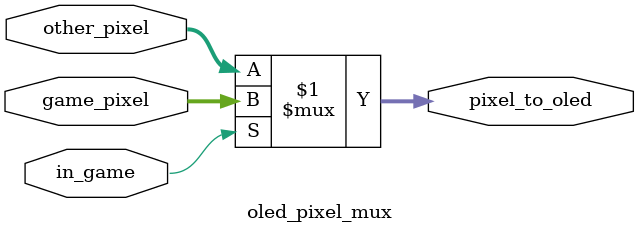
<source format=v>
`timescale 1ns / 1ps
module oled_pixel_mux(
  input        in_game,                // 1 = show game; 0 = show other content
  input [15:0] game_pixel,
  input [15:0] other_pixel,
  output [15:0] pixel_to_oled
);
  assign pixel_to_oled = in_game ? game_pixel : other_pixel;
endmodule

</source>
